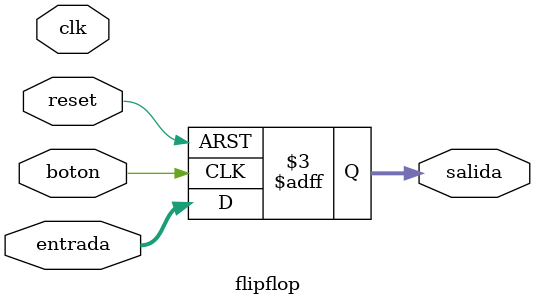
<source format=sv>
module flipflop(
    input clk, reset, boton,
    input [1:0] entrada,
    output reg [1:0] salida
);
    always @(negedge boton or negedge reset) begin 
        if (!reset) 
            salida <= 2'b00;
        else 
            salida <= entrada;
    end
endmodule
</source>
